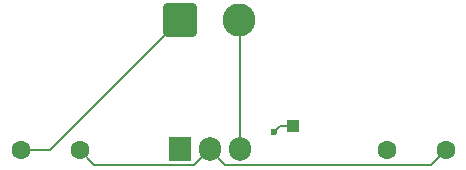
<source format=gbr>
%TF.GenerationSoftware,KiCad,Pcbnew,9.0.7*%
%TF.CreationDate,2026-01-22T13:26:51+05:30*%
%TF.ProjectId,uc7800,75633738-3030-42e6-9b69-6361645f7063,rev?*%
%TF.SameCoordinates,Original*%
%TF.FileFunction,Copper,L1,Top*%
%TF.FilePolarity,Positive*%
%FSLAX46Y46*%
G04 Gerber Fmt 4.6, Leading zero omitted, Abs format (unit mm)*
G04 Created by KiCad (PCBNEW 9.0.7) date 2026-01-22 13:26:51*
%MOMM*%
%LPD*%
G01*
G04 APERTURE LIST*
G04 Aperture macros list*
%AMRoundRect*
0 Rectangle with rounded corners*
0 $1 Rounding radius*
0 $2 $3 $4 $5 $6 $7 $8 $9 X,Y pos of 4 corners*
0 Add a 4 corners polygon primitive as box body*
4,1,4,$2,$3,$4,$5,$6,$7,$8,$9,$2,$3,0*
0 Add four circle primitives for the rounded corners*
1,1,$1+$1,$2,$3*
1,1,$1+$1,$4,$5*
1,1,$1+$1,$6,$7*
1,1,$1+$1,$8,$9*
0 Add four rect primitives between the rounded corners*
20,1,$1+$1,$2,$3,$4,$5,0*
20,1,$1+$1,$4,$5,$6,$7,0*
20,1,$1+$1,$6,$7,$8,$9,0*
20,1,$1+$1,$8,$9,$2,$3,0*%
G04 Aperture macros list end*
%TA.AperFunction,ComponentPad*%
%ADD10C,1.600000*%
%TD*%
%TA.AperFunction,ComponentPad*%
%ADD11R,1.000000X1.000000*%
%TD*%
%TA.AperFunction,ComponentPad*%
%ADD12RoundRect,0.250001X-1.149999X-1.149999X1.149999X-1.149999X1.149999X1.149999X-1.149999X1.149999X0*%
%TD*%
%TA.AperFunction,ComponentPad*%
%ADD13C,2.800000*%
%TD*%
%TA.AperFunction,ComponentPad*%
%ADD14R,1.905000X2.000000*%
%TD*%
%TA.AperFunction,ComponentPad*%
%ADD15O,1.905000X2.000000*%
%TD*%
%TA.AperFunction,ViaPad*%
%ADD16C,0.600000*%
%TD*%
%TA.AperFunction,Conductor*%
%ADD17C,0.200000*%
%TD*%
G04 APERTURE END LIST*
D10*
%TO.P,0.1uF1,1*%
%TO.N,Net-(J2-Pin_1)*%
X147500000Y-96000000D03*
%TO.P,0.1uF1,2*%
%TO.N,GND*%
X152500000Y-96000000D03*
%TD*%
D11*
%TO.P,J1,1,Pin_1*%
%TO.N,+V*%
X170570000Y-94000000D03*
%TD*%
D10*
%TO.P,0.33uF1,1*%
%TO.N,Net-(J1-Pin_2)*%
X178500000Y-96000000D03*
%TO.P,0.33uF1,2*%
%TO.N,GND*%
X183500000Y-96000000D03*
%TD*%
D12*
%TO.P,J2,1,Pin_1*%
%TO.N,Net-(J2-Pin_1)*%
X161000000Y-85000000D03*
D13*
%TO.P,J2,2,Pin_2*%
%TO.N,+Vo*%
X166000000Y-85000000D03*
%TD*%
D14*
%TO.P,U1,1,VI*%
%TO.N,+V*%
X160960000Y-95950000D03*
D15*
%TO.P,U1,2,GND*%
%TO.N,GND*%
X163500000Y-95950000D03*
%TO.P,U1,3,VO*%
%TO.N,+Vo*%
X166040000Y-95950000D03*
%TD*%
D16*
%TO.N,+V*%
X169000000Y-94500000D03*
%TD*%
D17*
%TO.N,Net-(J2-Pin_1)*%
X150000000Y-96000000D02*
X161000000Y-85000000D01*
X147500000Y-96000000D02*
X150000000Y-96000000D01*
%TO.N,GND*%
X163500000Y-95950000D02*
X164801000Y-97251000D01*
X164801000Y-97251000D02*
X182249000Y-97251000D01*
X182249000Y-97251000D02*
X183500000Y-96000000D01*
X152500000Y-96000000D02*
X153751000Y-97251000D01*
X153751000Y-97251000D02*
X162199000Y-97251000D01*
X162199000Y-97251000D02*
X163500000Y-95950000D01*
%TO.N,+Vo*%
X166040000Y-95950000D02*
X166040000Y-85040000D01*
X166040000Y-85040000D02*
X166000000Y-85000000D01*
%TO.N,+V*%
X169500000Y-94000000D02*
X169000000Y-94500000D01*
X170570000Y-94000000D02*
X169500000Y-94000000D01*
%TD*%
M02*

</source>
